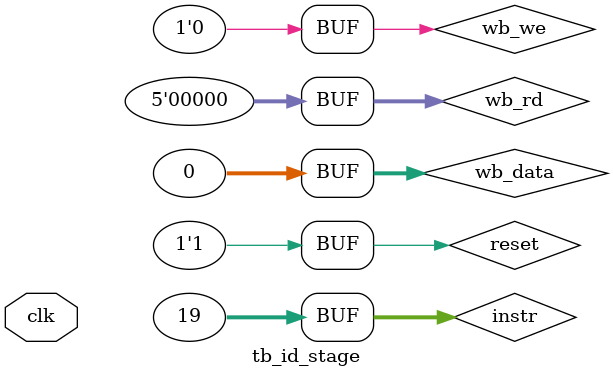
<source format=sv>
`timescale 1ns/1ps

module tb_id_stage (
  input logic clk
);

  logic        reset;
  logic [31:0] instr;
  logic [31:0] wb_data;
  logic [4:0]  wb_rd;
  logic        wb_we;
  logic [4:0]  rs1;
  logic [4:0]  rs2;
  logic [4:0]  rd;
  logic [31:0] rs1_data;
  logic [31:0] rs2_data;
  logic [31:0] imm;
  logic        reg_write;
  logic        mem_read;
  logic        mem_write;
  logic        branch;
  logic        jump;
  logic [3:0]  alu_op;
  logic        alu_src_imm;
  logic        wb_sel_mem;
  integer cycle;

  id_stage u_id_stage (
    .clk(clk),
    .reset(reset),
    .instr(instr),
    .wb_data(wb_data),
    .wb_rd(wb_rd),
    .wb_we(wb_we),
    .rs1(rs1),
    .rs2(rs2),
    .rd(rd),
    .rs1_data(rs1_data),
    .rs2_data(rs2_data),
    .imm(imm),
    .reg_write(reg_write),
    .mem_read(mem_read),
    .mem_write(mem_write),
    .branch(branch),
    .jump(jump),
    .alu_op(alu_op),
    .alu_src_imm(alu_src_imm),
    .wb_sel_mem(wb_sel_mem)
  );

  initial begin
    reset   = 1'b1;
    instr   = 32'h0000_0013; // addi x0, x0, 0
    wb_data = 32'h0000_0000;
    wb_rd   = 5'd0;
    wb_we   = 1'b0;
    cycle   = 0;
  end

  always @(posedge clk) begin
    cycle <= cycle + 1;

    // TODO(Week 2): deassert reset after a couple cycles.
    // if (cycle == N) reset <= 1'b0;

    // TODO(Week 2): drive writeback to preload regfile values.
    // Example flow:
    // 1) wb_we <= 1'b1; wb_rd <= 5'd1; wb_data <= 32'h....;
    // 2) wb_we <= 1'b0;

    // TODO(Week 2): apply instruction cases and check decode:
    // - addi
    // - add/sub
    // - lw/sw
    // - beq
    // - jal/jalr
  end

  always @(negedge clk) begin
    // TODO(Week 2): add $fatal checks for each case.
    // Keep one check per behavior for easier debugging.

    // Optional completion point:
    // if (cycle == DONE_CYCLE) begin
    //   $display("PASS: ID stage basic decode behavior");
    //   $finish;
    // end
  end

endmodule

</source>
